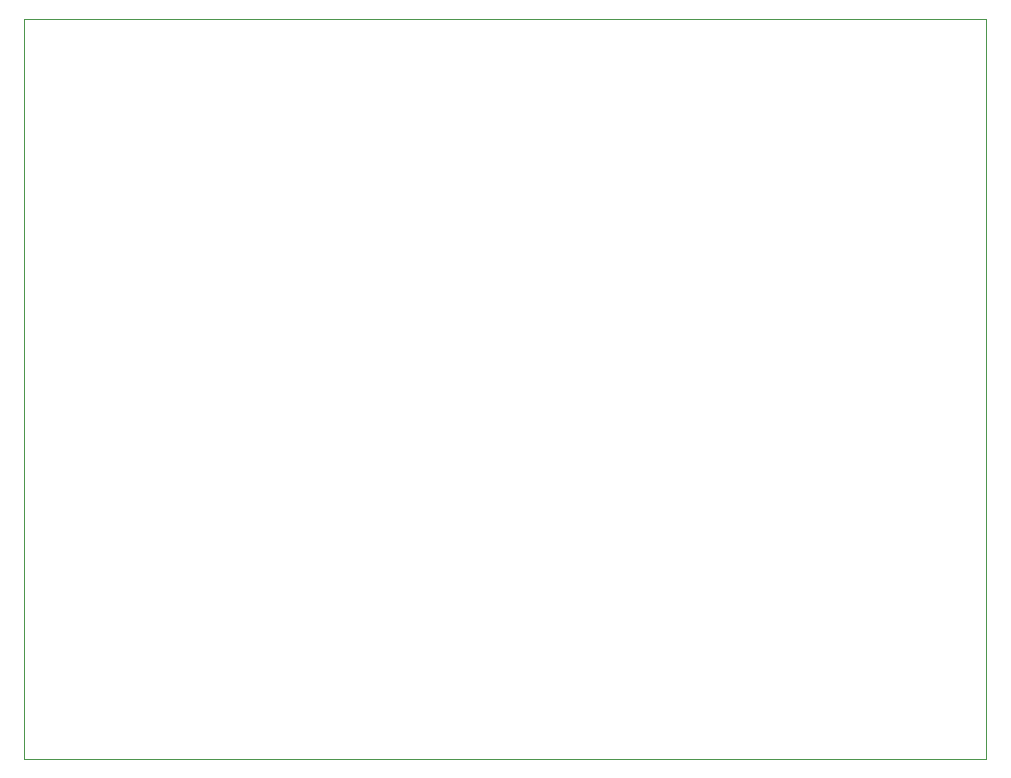
<source format=gbr>
%TF.GenerationSoftware,KiCad,Pcbnew,8.0.6*%
%TF.CreationDate,2025-02-04T11:31:06-08:00*%
%TF.ProjectId,Voltage_Transformer_test_board,566f6c74-6167-4655-9f54-72616e73666f,rev?*%
%TF.SameCoordinates,Original*%
%TF.FileFunction,Profile,NP*%
%FSLAX46Y46*%
G04 Gerber Fmt 4.6, Leading zero omitted, Abs format (unit mm)*
G04 Created by KiCad (PCBNEW 8.0.6) date 2025-02-04 11:31:06*
%MOMM*%
%LPD*%
G01*
G04 APERTURE LIST*
%TA.AperFunction,Profile*%
%ADD10C,0.050000*%
%TD*%
G04 APERTURE END LIST*
D10*
X90000000Y-42500000D02*
X171450000Y-42500000D01*
X171450000Y-105200000D01*
X90000000Y-105200000D01*
X90000000Y-42500000D01*
M02*

</source>
